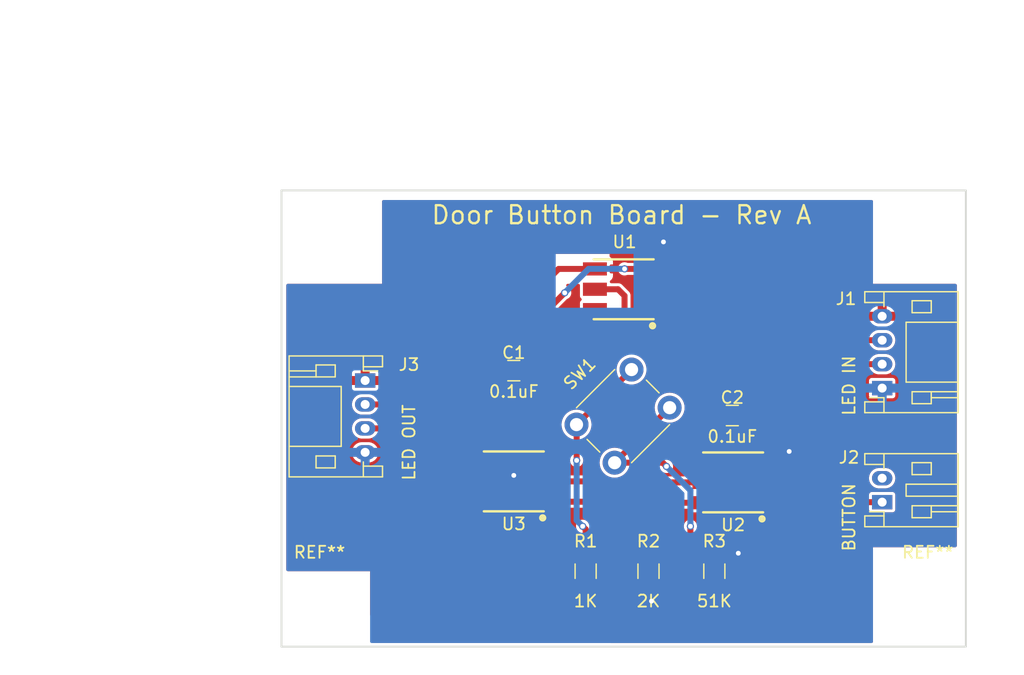
<source format=kicad_pcb>
(kicad_pcb (version 20221018) (generator pcbnew)
  (layers (0 "F.Cu" signal) (31 "B.Cu" signal) (34 "B.Paste" user) (35 "F.Paste" user) (36 "B.SilkS" user "B.Silkscreen") (37 "F.SilkS" user "F.Silkscreen") (38 "B.Mask" user) (39 "F.Mask" user) (44 "Edge.Cuts" user))
  (net 0 "")
  (net 1 "+5V")
  (net 2 "GND")
  (net 3 "/DI")
  (net 4 "/CI")
  (net 5 "Net-(J2-Pad1)")
  (net 6 "Net-(J2-Pad2)")
  (net 7 "/CO")
  (net 8 "/DO")
  (net 9 "Net-(R1-Pad2)")
  (net 10 "Net-(U1-Pad6)")
  (net 11 "Net-(U1-Pad5)")
  (net 12 "Net-(U2-Pad6)")
  (net 13 "Net-(U2-Pad5)")
  (footprint "Capacitors_SMD:C_0805" (layer "F.Cu") (at 121 91.25)
    (fp_text reference "C1" (at 0 -1.5) (layer "F.SilkS"))
    (fp_text value "0.1uF" (at 0 1.75) (layer "F.SilkS"))
    (fp_line (start -0.5 0.85) (end 0.5 0.85) (stroke (width 0.12)) (layer "F.SilkS"))
    (fp_line (start 0.5 -0.85) (end -0.5 -0.85) (stroke (width 0.12)) (layer "F.SilkS"))
    (pad "1" smd rect (at -1 0) (size 1 1.25) (layers "F.Cu" "F.Paste" "F.Mask") (net 1 "+5V"))
    (pad "2" smd rect (at 1 0) (size 1 1.25) (layers "F.Cu" "F.Paste" "F.Mask") (net 2 "GND"))
  )
  (footprint "Capacitors_SMD:C_0805" (layer "F.Cu") (at 139.25 95)
    (fp_text reference "C2" (at 0 -1.5) (layer "F.SilkS"))
    (fp_text value "0.1uF" (at 0 1.75) (layer "F.SilkS"))
    (fp_line (start -0.5 0.85) (end 0.5 0.85) (stroke (width 0.12)) (layer "F.SilkS"))
    (fp_line (start 0.5 -0.85) (end -0.5 -0.85) (stroke (width 0.12)) (layer "F.SilkS"))
    (pad "1" smd rect (at -1 0) (size 1 1.25) (layers "F.Cu" "F.Paste" "F.Mask") (net 1 "+5V"))
    (pad "2" smd rect (at 1 0) (size 1 1.25) (layers "F.Cu" "F.Paste" "F.Mask") (net 2 "GND"))
  )
  (footprint "Connectors_JST:JST_PH_S4B-PH-K_04x2.00mm_Angled" (layer "F.Cu") (at 151.765 92.71 90)
    (fp_text reference "J1" (at 7.46 -3.015 180) (layer "F.SilkS"))
    (fp_text value "Conn_01x04")
    (fp_line (start -2.05 -1.45) (end -2.05 6.35) (stroke (width 0.12)) (layer "F.SilkS"))
    (fp_line (start -2.05 0.15) (end -1.15 0.15) (stroke (width 0.12)) (layer "F.SilkS"))
    (fp_line (start -2.05 6.35) (end 8.05 6.35) (stroke (width 0.12)) (layer "F.SilkS"))
    (fp_line (start -1.3 2.5) (end -1.3 4.1) (stroke (width 0.12)) (layer "F.SilkS"))
    (fp_line (start -1.3 4.1) (end -0.3 4.1) (stroke (width 0.12)) (layer "F.SilkS"))
    (fp_line (start -1.15 -1.45) (end -2.05 -1.45) (stroke (width 0.12)) (layer "F.SilkS"))
    (fp_line (start -1.15 0.15) (end -1.15 -1.45) (stroke (width 0.12)) (layer "F.SilkS"))
    (fp_line (start -0.8 0.15) (end -1.15 0.15) (stroke (width 0.12)) (layer "F.SilkS"))
    (fp_line (start -0.8 0.15) (end -0.8 -1.05) (stroke (width 0.12)) (layer "F.SilkS"))
    (fp_line (start -0.8 4.1) (end -0.8 6.35) (stroke (width 0.12)) (layer "F.SilkS"))
    (fp_line (start -0.3 2.5) (end -1.3 2.5) (stroke (width 0.12)) (layer "F.SilkS"))
    (fp_line (start -0.3 4.1) (end -0.3 2.5) (stroke (width 0.12)) (layer "F.SilkS"))
    (fp_line (start -0.3 4.1) (end -0.3 6.35) (stroke (width 0.12)) (layer "F.SilkS"))
    (fp_line (start 0.5 2) (end 5.5 2) (stroke (width 0.12)) (layer "F.SilkS"))
    (fp_line (start 0.5 6.35) (end 0.5 2) (stroke (width 0.12)) (layer "F.SilkS"))
    (fp_line (start 5.5 2) (end 5.5 6.35) (stroke (width 0.12)) (layer "F.SilkS"))
    (fp_line (start 6.3 2.5) (end 7.3 2.5) (stroke (width 0.12)) (layer "F.SilkS"))
    (fp_line (start 6.3 4.1) (end 6.3 2.5) (stroke (width 0.12)) (layer "F.SilkS"))
    (fp_line (start 7.15 -1.45) (end 7.15 0.15) (stroke (width 0.12)) (layer "F.SilkS"))
    (fp_line (start 7.15 0.15) (end 6.8 0.15) (stroke (width 0.12)) (layer "F.SilkS"))
    (fp_line (start 7.3 2.5) (end 7.3 4.1) (stroke (width 0.12)) (layer "F.SilkS"))
    (fp_line (start 7.3 4.1) (end 6.3 4.1) (stroke (width 0.12)) (layer "F.SilkS"))
    (fp_line (start 8.05 -1.45) (end 7.15 -1.45) (stroke (width 0.12)) (layer "F.SilkS"))
    (fp_line (start 8.05 0.15) (end 7.15 0.15) (stroke (width 0.12)) (layer "F.SilkS"))
    (fp_line (start 8.05 6.35) (end 8.05 -1.45) (stroke (width 0.12)) (layer "F.SilkS"))
    (pad "1" thru_hole rect (at 0 0 90) (size 1.2 1.7) (drill 0.75) (layers "*.Cu" "*.Mask") (net 2 "GND"))
    (pad "2" thru_hole oval (at 2 0 90) (size 1.2 1.7) (drill 0.75) (layers "*.Cu" "*.Mask") (net 3 "/DI"))
    (pad "3" thru_hole oval (at 4 0 90) (size 1.2 1.7) (drill 0.75) (layers "*.Cu" "*.Mask") (net 4 "/CI"))
    (pad "4" thru_hole oval (at 6 0 90) (size 1.2 1.7) (drill 0.75) (layers "*.Cu" "*.Mask") (net 1 "+5V"))
  )
  (footprint "Connectors_JST:JST_PH_S2B-PH-K_02x2.00mm_Angled" (layer "F.Cu") (at 151.765 102.235 90)
    (fp_text reference "J2" (at 3.735 -2.765 180) (layer "F.SilkS"))
    (fp_text value "Conn_01x02")
    (fp_line (start -2.05 -1.45) (end -2.05 6.35) (stroke (width 0.12)) (layer "F.SilkS"))
    (fp_line (start -2.05 0.15) (end -1.15 0.15) (stroke (width 0.12)) (layer "F.SilkS"))
    (fp_line (start -2.05 6.35) (end 4.05 6.35) (stroke (width 0.12)) (layer "F.SilkS"))
    (fp_line (start -1.3 2.5) (end -1.3 4.1) (stroke (width 0.12)) (layer "F.SilkS"))
    (fp_line (start -1.3 4.1) (end -0.3 4.1) (stroke (width 0.12)) (layer "F.SilkS"))
    (fp_line (start -1.15 -1.45) (end -2.05 -1.45) (stroke (width 0.12)) (layer "F.SilkS"))
    (fp_line (start -1.15 0.15) (end -1.15 -1.45) (stroke (width 0.12)) (layer "F.SilkS"))
    (fp_line (start -0.8 0.15) (end -1.15 0.15) (stroke (width 0.12)) (layer "F.SilkS"))
    (fp_line (start -0.8 0.15) (end -0.8 -1.05) (stroke (width 0.12)) (layer "F.SilkS"))
    (fp_line (start -0.8 4.1) (end -0.8 6.35) (stroke (width 0.12)) (layer "F.SilkS"))
    (fp_line (start -0.3 2.5) (end -1.3 2.5) (stroke (width 0.12)) (layer "F.SilkS"))
    (fp_line (start -0.3 4.1) (end -0.3 2.5) (stroke (width 0.12)) (layer "F.SilkS"))
    (fp_line (start -0.3 4.1) (end -0.3 6.35) (stroke (width 0.12)) (layer "F.SilkS"))
    (fp_line (start 0.5 2) (end 1.5 2) (stroke (width 0.12)) (layer "F.SilkS"))
    (fp_line (start 0.5 6.35) (end 0.5 2) (stroke (width 0.12)) (layer "F.SilkS"))
    (fp_line (start 1.5 2) (end 1.5 6.35) (stroke (width 0.12)) (layer "F.SilkS"))
    (fp_line (start 2.3 2.5) (end 3.3 2.5) (stroke (width 0.12)) (layer "F.SilkS"))
    (fp_line (start 2.3 4.1) (end 2.3 2.5) (stroke (width 0.12)) (layer "F.SilkS"))
    (fp_line (start 3.15 -1.45) (end 3.15 0.15) (stroke (width 0.12)) (layer "F.SilkS"))
    (fp_line (start 3.15 0.15) (end 2.8 0.15) (stroke (width 0.12)) (layer "F.SilkS"))
    (fp_line (start 3.3 2.5) (end 3.3 4.1) (stroke (width 0.12)) (layer "F.SilkS"))
    (fp_line (start 3.3 4.1) (end 2.3 4.1) (stroke (width 0.12)) (layer "F.SilkS"))
    (fp_line (start 4.05 -1.45) (end 3.15 -1.45) (stroke (width 0.12)) (layer "F.SilkS"))
    (fp_line (start 4.05 0.15) (end 3.15 0.15) (stroke (width 0.12)) (layer "F.SilkS"))
    (fp_line (start 4.05 6.35) (end 4.05 -1.45) (stroke (width 0.12)) (layer "F.SilkS"))
    (pad "1" thru_hole rect (at 0 0 90) (size 1.2 1.7) (drill 0.75) (layers "*.Cu" "*.Mask") (net 5 "Net-(J2-Pad1)"))
    (pad "2" thru_hole oval (at 2 0 90) (size 1.2 1.7) (drill 0.75) (layers "*.Cu" "*.Mask") (net 6 "Net-(J2-Pad2)"))
  )
  (footprint "Connectors_JST:JST_PH_S4B-PH-K_04x2.00mm_Angled" (layer "F.Cu") (at 108.585 92.075 -90)
    (fp_text reference "J3" (at -1.325 -3.665) (layer "F.SilkS"))
    (fp_text value "Conn_01x04")
    (fp_line (start -2.05 -1.45) (end -2.05 6.35) (stroke (width 0.12)) (layer "F.SilkS"))
    (fp_line (start -2.05 0.15) (end -1.15 0.15) (stroke (width 0.12)) (layer "F.SilkS"))
    (fp_line (start -2.05 6.35) (end 8.05 6.35) (stroke (width 0.12)) (layer "F.SilkS"))
    (fp_line (start -1.3 2.5) (end -1.3 4.1) (stroke (width 0.12)) (layer "F.SilkS"))
    (fp_line (start -1.3 4.1) (end -0.3 4.1) (stroke (width 0.12)) (layer "F.SilkS"))
    (fp_line (start -1.15 -1.45) (end -2.05 -1.45) (stroke (width 0.12)) (layer "F.SilkS"))
    (fp_line (start -1.15 0.15) (end -1.15 -1.45) (stroke (width 0.12)) (layer "F.SilkS"))
    (fp_line (start -0.8 0.15) (end -1.15 0.15) (stroke (width 0.12)) (layer "F.SilkS"))
    (fp_line (start -0.8 0.15) (end -0.8 -1.05) (stroke (width 0.12)) (layer "F.SilkS"))
    (fp_line (start -0.8 4.1) (end -0.8 6.35) (stroke (width 0.12)) (layer "F.SilkS"))
    (fp_line (start -0.3 2.5) (end -1.3 2.5) (stroke (width 0.12)) (layer "F.SilkS"))
    (fp_line (start -0.3 4.1) (end -0.3 2.5) (stroke (width 0.12)) (layer "F.SilkS"))
    (fp_line (start -0.3 4.1) (end -0.3 6.35) (stroke (width 0.12)) (layer "F.SilkS"))
    (fp_line (start 0.5 2) (end 5.5 2) (stroke (width 0.12)) (layer "F.SilkS"))
    (fp_line (start 0.5 6.35) (end 0.5 2) (stroke (width 0.12)) (layer "F.SilkS"))
    (fp_line (start 5.5 2) (end 5.5 6.35) (stroke (width 0.12)) (layer "F.SilkS"))
    (fp_line (start 6.3 2.5) (end 7.3 2.5) (stroke (width 0.12)) (layer "F.SilkS"))
    (fp_line (start 6.3 4.1) (end 6.3 2.5) (stroke (width 0.12)) (layer "F.SilkS"))
    (fp_line (start 7.15 -1.45) (end 7.15 0.15) (stroke (width 0.12)) (layer "F.SilkS"))
    (fp_line (start 7.15 0.15) (end 6.8 0.15) (stroke (width 0.12)) (layer "F.SilkS"))
    (fp_line (start 7.3 2.5) (end 7.3 4.1) (stroke (width 0.12)) (layer "F.SilkS"))
    (fp_line (start 7.3 4.1) (end 6.3 4.1) (stroke (width 0.12)) (layer "F.SilkS"))
    (fp_line (start 8.05 -1.45) (end 7.15 -1.45) (stroke (width 0.12)) (layer "F.SilkS"))
    (fp_line (start 8.05 0.15) (end 7.15 0.15) (stroke (width 0.12)) (layer "F.SilkS"))
    (fp_line (start 8.05 6.35) (end 8.05 -1.45) (stroke (width 0.12)) (layer "F.SilkS"))
    (pad "1" thru_hole rect (at 0 0 270) (size 1.2 1.7) (drill 0.75) (layers "*.Cu" "*.Mask") (net 1 "+5V"))
    (pad "2" thru_hole oval (at 2 0 270) (size 1.2 1.7) (drill 0.75) (layers "*.Cu" "*.Mask") (net 7 "/CO"))
    (pad "3" thru_hole oval (at 4 0 270) (size 1.2 1.7) (drill 0.75) (layers "*.Cu" "*.Mask") (net 8 "/DO"))
    (pad "4" thru_hole oval (at 6 0 270) (size 1.2 1.7) (drill 0.75) (layers "*.Cu" "*.Mask") (net 2 "GND"))
  )
  (footprint "Resistors_SMD:R_0805" (layer "F.Cu") (at 127 108 90)
    (fp_text reference "R1" (at 2.5 0 180) (layer "F.SilkS"))
    (fp_text value "1K" (at -2.5 0 180) (layer "F.SilkS"))
    (fp_line (start -0.6 -0.88) (end 0.6 -0.88) (stroke (width 0.12)) (layer "F.SilkS"))
    (fp_line (start 0.6 0.88) (end -0.6 0.88) (stroke (width 0.12)) (layer "F.SilkS"))
    (pad "1" smd rect (at -0.95 0 90) (size 0.7 1.3) (layers "F.Cu" "F.Paste" "F.Mask") (net 1 "+5V"))
    (pad "2" smd rect (at 0.95 0 90) (size 0.7 1.3) (layers "F.Cu" "F.Paste" "F.Mask") (net 9 "Net-(R1-Pad2)"))
  )
  (footprint "Resistors_SMD:R_0805" (layer "F.Cu") (at 132.25 108 -90)
    (fp_text reference "R2" (at -2.5 0) (layer "F.SilkS"))
    (fp_text value "2K" (at 2.5 0) (layer "F.SilkS"))
    (fp_line (start -0.6 -0.88) (end 0.6 -0.88) (stroke (width 0.12)) (layer "F.SilkS"))
    (fp_line (start 0.6 0.88) (end -0.6 0.88) (stroke (width 0.12)) (layer "F.SilkS"))
    (pad "1" smd rect (at -0.95 0 270) (size 0.7 1.3) (layers "F.Cu" "F.Paste" "F.Mask") (net 9 "Net-(R1-Pad2)"))
    (pad "2" smd rect (at 0.95 0 270) (size 0.7 1.3) (layers "F.Cu" "F.Paste" "F.Mask") (net 2 "GND"))
  )
  (footprint "Resistors_SMD:R_0805" (layer "F.Cu") (at 137.75 108 90)
    (fp_text reference "R3" (at 2.5 0 180) (layer "F.SilkS"))
    (fp_text value "51K" (at -2.5 0 180) (layer "F.SilkS"))
    (fp_line (start -0.6 -0.88) (end 0.6 -0.88) (stroke (width 0.12)) (layer "F.SilkS"))
    (fp_line (start 0.6 0.88) (end -0.6 0.88) (stroke (width 0.12)) (layer "F.SilkS"))
    (pad "1" smd rect (at -0.95 0 90) (size 0.7 1.3) (layers "F.Cu" "F.Paste" "F.Mask") (net 5 "Net-(J2-Pad1)"))
    (pad "2" smd rect (at 0.95 0 90) (size 0.7 1.3) (layers "F.Cu" "F.Paste" "F.Mask") (net 2 "GND"))
  )
  (footprint "Buttons_Switches_THT:SW_PUSH_6mm_h4.3mm" (layer "F.Cu") (at 126.238 95.758 45)
    (fp_text reference "SW1" (at 3.196123 -2.825599 45) (layer "F.SilkS"))
    (fp_text value "SW_Push")
    (fp_line (start -0.25 1.5) (end -0.25 3) (stroke (width 0.12)) (layer "F.SilkS"))
    (fp_line (start 1 5.5) (end 5.5 5.5) (stroke (width 0.12)) (layer "F.SilkS"))
    (fp_line (start 5.5 -1) (end 1 -1) (stroke (width 0.12)) (layer "F.SilkS"))
    (fp_line (start 6.75 3) (end 6.75 1.5) (stroke (width 0.12)) (layer "F.SilkS"))
    (pad "1" thru_hole circle (at 0 0 135) (size 2 2) (drill 1.1) (layers "*.Cu" "*.Mask") (net 9 "Net-(R1-Pad2)"))
    (pad "1" thru_hole circle (at 6.5 0 135) (size 2 2) (drill 1.1) (layers "*.Cu" "*.Mask") (net 9 "Net-(R1-Pad2)"))
    (pad "2" thru_hole circle (at 0 4.5 135) (size 2 2) (drill 1.1) (layers "*.Cu" "*.Mask") (net 5 "Net-(J2-Pad1)"))
    (pad "2" thru_hole circle (at 6.5 4.5 135) (size 2 2) (drill 1.1) (layers "*.Cu" "*.Mask") (net 5 "Net-(J2-Pad1)"))
  )
  (footprint "APA102:APA102_3" (layer "F.Cu") (at 130.175 84.455)
    (fp_text reference "U1" (at 0.075 -3.955) (layer "F.SilkS"))
    (fp_text value "APA102C" hide)
    (fp_line (start -2.5 -2.5) (end 2.5 -2.5) (stroke (width 0.2032)) (layer "F.SilkS"))
    (fp_line (start -2.5 2.5) (end 2.5 2.5) (stroke (width 0.2032)) (layer "F.SilkS"))
    (fp_circle (center 2.413 3.048) (end 2.4765 3.1115) (stroke (width 0.15)) (fill none) (layer "F.SilkS"))
    (fp_circle (center 2.413 3.048) (end 2.54 3.2385) (stroke (width 0.15)) (fill none) (layer "F.SilkS"))
    (pad "1" smd rect (at 2.4 1.7) (size 2 1.1) (layers "F.Cu" "F.Paste" "F.Mask") (net 3 "/DI"))
    (pad "2" smd rect (at 2.399998 0) (size 2 1.1) (layers "F.Cu" "F.Paste" "F.Mask") (net 4 "/CI"))
    (pad "3" smd rect (at 2.4 -1.700001) (size 2 1.1) (layers "F.Cu" "F.Paste" "F.Mask") (net 2 "GND"))
    (pad "4" smd rect (at -2.4 -1.7 180) (size 2 1.1) (layers "F.Cu" "F.Paste" "F.Mask") (net 1 "+5V"))
    (pad "5" smd rect (at -2.399998 0 180) (size 2 1.1) (layers "F.Cu" "F.Paste" "F.Mask") (net 11 "Net-(U1-Pad5)"))
    (pad "6" smd rect (at -2.4 1.700001 180) (size 2 1.1) (layers "F.Cu" "F.Paste" "F.Mask") (net 10 "Net-(U1-Pad6)"))
  )
  (footprint "APA102:APA102_3" (layer "F.Cu") (at 139.319 100.584)
    (fp_text reference "U2" (at 0 3.556) (layer "F.SilkS"))
    (fp_text value "APA102C" hide)
    (fp_line (start -2.5 -2.5) (end 2.5 -2.5) (stroke (width 0.2032)) (layer "F.SilkS"))
    (fp_line (start -2.5 2.5) (end 2.5 2.5) (stroke (width 0.2032)) (layer "F.SilkS"))
    (fp_circle (center 2.413 3.048) (end 2.4765 3.1115) (stroke (width 0.15)) (fill none) (layer "F.SilkS"))
    (fp_circle (center 2.413 3.048) (end 2.54 3.2385) (stroke (width 0.15)) (fill none) (layer "F.SilkS"))
    (pad "1" smd rect (at 2.4 1.7) (size 2 1.1) (layers "F.Cu" "F.Paste" "F.Mask") (net 10 "Net-(U1-Pad6)"))
    (pad "2" smd rect (at 2.399998 0) (size 2 1.1) (layers "F.Cu" "F.Paste" "F.Mask") (net 11 "Net-(U1-Pad5)"))
    (pad "3" smd rect (at 2.4 -1.700001) (size 2 1.1) (layers "F.Cu" "F.Paste" "F.Mask") (net 2 "GND"))
    (pad "4" smd rect (at -2.4 -1.7 180) (size 2 1.1) (layers "F.Cu" "F.Paste" "F.Mask") (net 1 "+5V"))
    (pad "5" smd rect (at -2.399998 0 180) (size 2 1.1) (layers "F.Cu" "F.Paste" "F.Mask") (net 13 "Net-(U2-Pad5)"))
    (pad "6" smd rect (at -2.4 1.700001 180) (size 2 1.1) (layers "F.Cu" "F.Paste" "F.Mask") (net 12 "Net-(U2-Pad6)"))
  )
  (footprint "APA102:APA102_3" (layer "F.Cu") (at 121 100.5)
    (fp_text reference "U3" (at 0 3.556) (layer "F.SilkS"))
    (fp_text value "APA102C" hide)
    (fp_line (start -2.5 -2.5) (end 2.5 -2.5) (stroke (width 0.2032)) (layer "F.SilkS"))
    (fp_line (start -2.5 2.5) (end 2.5 2.5) (stroke (width 0.2032)) (layer "F.SilkS"))
    (fp_circle (center 2.413 3.048) (end 2.4765 3.1115) (stroke (width 0.15)) (fill none) (layer "F.SilkS"))
    (fp_circle (center 2.413 3.048) (end 2.54 3.2385) (stroke (width 0.15)) (fill none) (layer "F.SilkS"))
    (pad "1" smd rect (at 2.4 1.7) (size 2 1.1) (layers "F.Cu" "F.Paste" "F.Mask") (net 12 "Net-(U2-Pad6)"))
    (pad "2" smd rect (at 2.399998 0) (size 2 1.1) (layers "F.Cu" "F.Paste" "F.Mask") (net 13 "Net-(U2-Pad5)"))
    (pad "3" smd rect (at 2.4 -1.700001) (size 2 1.1) (layers "F.Cu" "F.Paste" "F.Mask") (net 2 "GND"))
    (pad "4" smd rect (at -2.4 -1.7 180) (size 2 1.1) (layers "F.Cu" "F.Paste" "F.Mask") (net 1 "+5V"))
    (pad "5" smd rect (at -2.399998 0 180) (size 2 1.1) (layers "F.Cu" "F.Paste" "F.Mask") (net 7 "/CO"))
    (pad "6" smd rect (at -2.4 1.700001 180) (size 2 1.1) (layers "F.Cu" "F.Paste" "F.Mask") (net 8 "/DO"))
  )
  (footprint "Mounting_Holes:MountingHole_3.7mm" (layer "F.Cu") (at 104.775 79.375)
    (fp_text reference "REF**" hide)
    (fp_text value "MountingHole_3.7mm")
    (pad "" np_thru_hole circle (at 0 0) (size 3.81 3.81) (drill 3.81) (layers "*.Cu" "*.Mask"))
  )
  (footprint "Mounting_Holes:MountingHole_3.7mm" (layer "F.Cu") (at 104.775 111.125)
    (fp_text reference "REF**" (at 0 -4.7) (layer "F.SilkS"))
    (fp_text value "MountingHole_3.7mm")
    (pad "" np_thru_hole circle (at 0 0) (size 3.81 3.81) (drill 3.81) (layers "*.Cu" "*.Mask"))
  )
  (footprint "Mounting_Holes:MountingHole_3.7mm" (layer "F.Cu") (at 155.575 111.125)
    (fp_text reference "REF**" (at 0 -4.7) (layer "F.SilkS"))
    (fp_text value "MountingHole_3.7mm")
    (pad "" np_thru_hole circle (at 0 0) (size 3.81 3.81) (drill 3.81) (layers "*.Cu" "*.Mask"))
  )
  (footprint "Mounting_Holes:MountingHole_3.7mm" (layer "F.Cu") (at 155.575 79.375)
    (fp_text reference "REF**" hide)
    (fp_text value "MountingHole_3.7mm")
    (pad "" np_thru_hole circle (at 0 0) (size 3.81 3.81) (drill 3.81) (layers "*.Cu" "*.Mask"))
  )
  (gr_line (start 158.75 114.3) (end 158.75 76.2) (stroke (width 0.15)) (layer "Edge.Cuts"))
  (gr_line (start 101.6 76.2) (end 101.6 114.3) (stroke (width 0.15)) (layer "Edge.Cuts"))
  (gr_line (start 101.6 114.3) (end 158.75 114.3) (stroke (width 0.15)) (layer "Edge.Cuts"))
  (gr_line (start 158.75 76.2) (end 101.6 76.2) (stroke (width 0.15)) (layer "Edge.Cuts"))
  (gr_text "Veenema Design Works (2018)" (at 119 113) (layer "F.Cu") (effects (font (size 0.8 0.8) (thickness 0.1))))
  (gr_text "BUTTON" (at 149 103.5 90) (layer "F.SilkS") (effects (font (size 1 1))))
  (gr_text "LED OUT" (at 112.25 97.25 90) (layer "F.SilkS") (effects (font (size 1 1))))
  (gr_text "LED IN" (at 149 92.5 90) (layer "F.SilkS") (effects (font (size 1 1))))
  (gr_text "Door Button Board - Rev A" (at 130 78.25) (layer "F.SilkS") (effects (font (size 1.5 1.5) (thickness 0.2))))
  (segment (start 118.6 92.65) (end 118.6 98.8) (width 0.5) (layer "F.Cu") (net 1))
  (segment (start 120 87.5) (end 124.745 82.755) (width 0.5) (layer "F.Cu") (net 1))
  (segment (start 124.745 82.755) (end 127.775 82.755) (width 0.5) (layer "F.Cu") (net 1))
  (segment (start 136.919 96.331) (end 136.919 98.884) (width 0.5) (layer "F.Cu") (net 1))
  (segment (start 120 91.25) (end 118.6 92.65) (width 0.5) (layer "F.Cu") (net 1))
  (segment (start 120 91.25) (end 120 87.5) (width 0.5) (layer "F.Cu") (net 1))
  (segment (start 138.25 95) (end 136.919 96.331) (width 0.5) (layer "F.Cu") (net 1))
  (segment (start 123.4 92.65) (end 123.4 98.799999) (width 0.5) (layer "F.Cu") (net 2))
  (segment (start 122 88) (end 125.25 84.75) (width 0.5) (layer "F.Cu") (net 2))
  (segment (start 130.25 82.75) (end 130.254999 82.754999) (width 0.5) (layer "F.Cu") (net 2))
  (segment (start 130.254999 82.754999) (end 132.575 82.754999) (width 0.5) (layer "F.Cu") (net 2))
  (segment (start 141.719 96.469) (end 141.719 98.883999) (width 0.5) (layer "F.Cu") (net 2))
  (segment (start 143.116001 98.883999) (end 144 98) (width 0.5) (layer "F.Cu") (net 2))
  (segment (start 132.25 110.25) (end 132.5 110.5) (width 0.5) (layer "F.Cu") (net 2))
  (segment (start 132.575 81.425) (end 133.5 80.5) (width 0.5) (layer "F.Cu") (net 2))
  (segment (start 122.200001 98.799999) (end 121 100) (width 0.5) (layer "F.Cu") (net 2))
  (segment (start 139.2 107.05) (end 139.75 106.5) (width 0.5) (layer "F.Cu") (net 2))
  (segment (start 132.575 82.754999) (end 132.575 81.425) (width 0.5) (layer "F.Cu") (net 2))
  (segment (start 132.25 108.95) (end 132.25 110.25) (width 0.5) (layer "F.Cu") (net 2))
  (segment (start 122 91.25) (end 123.4 92.65) (width 0.5) (layer "F.Cu") (net 2))
  (segment (start 141.719 98.883999) (end 143.116001 98.883999) (width 0.5) (layer "F.Cu") (net 2))
  (segment (start 140.25 95) (end 141.719 96.469) (width 0.5) (layer "F.Cu") (net 2))
  (segment (start 137.75 107.05) (end 139.2 107.05) (width 0.5) (layer "F.Cu") (net 2))
  (segment (start 123.4 98.799999) (end 122.200001 98.799999) (width 0.5) (layer "F.Cu") (net 2))
  (segment (start 122 91.25) (end 122 88) (width 0.5) (layer "F.Cu") (net 2))
  (via (at 144 98) (size 0.6) (drill 0.4) (layers "F.Cu" "B.Cu") (net 2))
  (via (at 139.75 106.5) (size 0.6) (drill 0.4) (layers "F.Cu" "B.Cu") (net 2))
  (via (at 121 100) (size 0.6) (drill 0.4) (layers "F.Cu" "B.Cu") (net 2))
  (via (at 130.25 82.75) (size 0.6) (drill 0.4) (layers "F.Cu" "B.Cu") (net 2))
  (via (at 132.5 110.5) (size 0.6) (drill 0.4) (layers "F.Cu" "B.Cu") (net 2))
  (via (at 125.25 84.75) (size 0.6) (drill 0.4) (layers "F.Cu" "B.Cu") (net 2))
  (via (at 133.5 80.5) (size 0.6) (drill 0.4) (layers "F.Cu" "B.Cu") (net 2))
  (segment (start 125.25 84.75) (end 127.25 82.75) (width 0.5) (layer "B.Cu") (net 2))
  (segment (start 127.25 82.75) (end 130.25 82.75) (width 0.5) (layer "B.Cu") (net 2))
  (segment (start 148.46 90.71) (end 143.905 86.155) (width 0.5) (layer "F.Cu") (net 3))
  (segment (start 143.905 86.155) (end 132.575 86.155) (width 0.5) (layer "F.Cu") (net 3))
  (segment (start 151.765 90.71) (end 148.46 90.71) (width 0.5) (layer "F.Cu") (net 3))
  (segment (start 149.46 88.71) (end 145.205 84.455) (width 0.5) (layer "F.Cu") (net 4))
  (segment (start 145.205 84.455) (end 132.574998 84.455) (width 0.5) (layer "F.Cu") (net 4))
  (segment (start 151.765 88.71) (end 149.46 88.71) (width 0.5) (layer "F.Cu") (net 4))
  (segment (start 133.439981 98.939981) (end 133.75 99.25) (width 0.5) (layer "F.Cu") (net 5))
  (segment (start 134.016175 94.343787) (end 129.419981 98.939981) (width 0.5) (layer "F.Cu") (net 5))
  (segment (start 140.55 108.95) (end 147.265 102.235) (width 0.5) (layer "F.Cu") (net 5))
  (segment (start 147.265 102.235) (end 151.765 102.235) (width 0.5) (layer "F.Cu") (net 5))
  (segment (start 136.45 108.95) (end 135.75 108.25) (width 0.5) (layer "F.Cu") (net 5))
  (segment (start 135.75 108.25) (end 135.75 104.25) (width 0.5) (layer "F.Cu") (net 5))
  (segment (start 133.439981 98.939981) (end 129.419981 98.939981) (width 0.5) (layer "F.Cu") (net 5))
  (segment (start 134.016175 94.343786) (end 134.016175 94.343787) (width 0.5) (layer "F.Cu") (net 5))
  (segment (start 137.75 108.95) (end 136.45 108.95) (width 0.5) (layer "F.Cu") (net 5))
  (segment (start 151.765 102.235) (end 151.73 102.2) (width 0.5) (layer "F.Cu") (net 5))
  (segment (start 137.75 108.95) (end 140.55 108.95) (width 0.5) (layer "F.Cu") (net 5))
  (via (at 135.75 104.25) (size 0.6) (drill 0.4) (layers "F.Cu" "B.Cu") (net 5))
  (via (at 133.75 99.25) (size 0.6) (drill 0.4) (layers "F.Cu" "B.Cu") (net 5))
  (segment (start 135.75 104.25) (end 135.75 101.25) (width 0.5) (layer "B.Cu") (net 5))
  (segment (start 135.75 101.25) (end 133.75 99.25) (width 0.5) (layer "B.Cu") (net 5))
  (segment (start 117 100.5) (end 110.575 94.075) (width 0.5) (layer "F.Cu") (net 7))
  (segment (start 110.575 94.075) (end 108.585 94.075) (width 0.5) (layer "F.Cu") (net 7))
  (segment (start 118.600002 100.5) (end 117 100.5) (width 0.5) (layer "F.Cu") (net 7))
  (segment (start 116.700001 102.200001) (end 110.575 96.075) (width 0.5) (layer "F.Cu") (net 8))
  (segment (start 110.575 96.075) (end 108.585 96.075) (width 0.5) (layer "F.Cu") (net 8))
  (segment (start 118.6 102.200001) (end 116.700001 102.200001) (width 0.5) (layer "F.Cu") (net 8))
  (segment (start 126.25 95.77) (end 126.25 98.75) (width 0.5) (layer "F.Cu") (net 9))
  (segment (start 126.75 104.25) (end 127 104.5) (width 0.5) (layer "F.Cu") (net 9))
  (segment (start 127 104.5) (end 127 107.05) (width 0.5) (layer "F.Cu") (net 9))
  (segment (start 127 107.05) (end 132.25 107.05) (width 0.5) (layer "F.Cu") (net 9))
  (segment (start 130.834194 91.161806) (end 126.238 95.758) (width 0.5) (layer "F.Cu") (net 9))
  (segment (start 126.238 95.758) (end 126.25 95.77) (width 0.5) (layer "F.Cu") (net 9))
  (via (at 126.25 98.75) (size 0.6) (drill 0.4) (layers "F.Cu" "B.Cu") (net 9))
  (via (at 126.75 104.25) (size 0.6) (drill 0.4) (layers "F.Cu" "B.Cu") (net 9))
  (segment (start 126.25 98.75) (end 126.25 103.75) (width 0.5) (layer "B.Cu") (net 9))
  (segment (start 126.25 103.75) (end 126.75 104.25) (width 0.5) (layer "B.Cu") (net 9))
  (segment (start 127.775 87.275) (end 129.75 89.25) (width 0.5) (layer "F.Cu") (net 10))
  (segment (start 129.75 89.25) (end 136.5 89.25) (width 0.5) (layer "F.Cu") (net 10))
  (segment (start 136.5 89.25) (end 139.25 92) (width 0.5) (layer "F.Cu") (net 10))
  (segment (start 139.25 92) (end 139.25 101.5) (width 0.5) (layer "F.Cu") (net 10))
  (segment (start 139.25 101.5) (end 140.034 102.284) (width 0.5) (layer "F.Cu") (net 10))
  (segment (start 140.034 102.284) (end 141.719 102.284) (width 0.5) (layer "F.Cu") (net 10))
  (segment (start 127.775 86.155001) (end 127.775 87.275) (width 0.5) (layer "F.Cu") (net 10))
  (segment (start 129.705 84.455) (end 130.25 85) (width 0.5) (layer "F.Cu") (net 11))
  (segment (start 130.25 85) (end 130.25 86.75) (width 0.5) (layer "F.Cu") (net 11))
  (segment (start 130.25 86.75) (end 131.75 88.25) (width 0.5) (layer "F.Cu") (net 11))
  (segment (start 131.75 88.25) (end 134.75 88.25) (width 0.5) (layer "F.Cu") (net 11))
  (segment (start 141.25 88.25) (end 145.5 92.5) (width 0.5) (layer "F.Cu") (net 11))
  (segment (start 145.5 92.5) (end 145.5 99) (width 0.5) (layer "F.Cu") (net 11))
  (segment (start 145.5 99) (end 143.916 100.584) (width 0.5) (layer "F.Cu") (net 11))
  (segment (start 143.916 100.584) (end 141.718998 100.584) (width 0.5) (layer "F.Cu") (net 11))
  (segment (start 127.775002 84.455) (end 129.705 84.455) (width 0.5) (layer "F.Cu") (net 11))
  (segment (start 134.75 88.25) (end 141.25 88.25) (width 0.5) (layer "F.Cu") (net 11))
  (segment (start 130.965999 102.284001) (end 130.5 102.75) (width 0.5) (layer "F.Cu") (net 12))
  (segment (start 130.5 102.75) (end 128 102.75) (width 0.5) (layer "F.Cu") (net 12))
  (segment (start 128 102.75) (end 127.45 102.2) (width 0.5) (layer "F.Cu") (net 12))
  (segment (start 127.45 102.2) (end 123.4 102.2) (width 0.5) (layer "F.Cu") (net 12))
  (segment (start 136.919 102.284001) (end 130.965999 102.284001) (width 0.5) (layer "F.Cu") (net 12))
  (segment (start 130.916 100.584) (end 130.25 101.25) (width 0.5) (layer "F.Cu") (net 13))
  (segment (start 130.25 101.25) (end 128.5 101.25) (width 0.5) (layer "F.Cu") (net 13))
  (segment (start 128.5 101.25) (end 127.75 100.5) (width 0.5) (layer "F.Cu") (net 13))
  (segment (start 127.75 100.5) (end 123.399998 100.5) (width 0.5) (layer "F.Cu") (net 13))
  (segment (start 136.919002 100.584) (end 130.916 100.584) (width 0.5) (layer "F.Cu") (net 13))
  (zone (net 1) (net_name "+5V") (layer "F.Cu") (connect_pads (clearance 0.25)) (min_thickness 0.25) (fill yes (thermal_gap 0.508) (thermal_bridge_width 0.75))
    (polygon (pts (xy 151 84) (xy 158 84) (xy 158 106) (xy 151 106) (xy 151 114) (xy 109 114) (xy 109 108) (xy 102 108) (xy 102 84) (xy 110 84) (xy 110 77) (xy 151 77)))
  )
  (zone (net 0) (net_name "") (layer "F.Cu") (connect_pads (clearance 0)) (min_thickness 0.25)
    (keepout (tracks allowed) (vias allowed) (pads allowed) (copperpour not_allowed) (footprints allowed))
    (fill (thermal_gap 0.508) (thermal_bridge_width 0.75))
    (polygon (pts (xy 139.5 98.5) (xy 136 98.5) (xy 136 94) (xy 139.5 94)))
  )
  (zone (net 0) (net_name "") (layer "F.Cu") (connect_pads (clearance 0)) (min_thickness 0.25)
    (keepout (tracks allowed) (vias allowed) (pads allowed) (copperpour not_allowed) (footprints allowed))
    (fill (thermal_gap 0.508) (thermal_bridge_width 0.75))
    (polygon (pts (xy 129 84) (xy 125 84) (xy 121.5 88) (xy 121.5 98.5) (xy 117.5 98.5) (xy 117.5 88.5) (xy 124.5 81.5) (xy 129 81.5)))
  )
  (zone (net 0) (net_name "") (layer "F.Cu") (connect_pads (clearance 0)) (min_thickness 0.25)
    (keepout (tracks allowed) (vias allowed) (pads allowed) (copperpour not_allowed) (footprints allowed))
    (fill (thermal_gap 0.508) (thermal_bridge_width 0.75))
    (polygon (pts (xy 129 114) (xy 109 114) (xy 109 111.75) (xy 129 111.75)))
  )
  (zone (net 2) (net_name "GND") (layer "B.Cu") (connect_pads (clearance 0.25)) (min_thickness 0.25) (fill yes (thermal_gap 0.508) (thermal_bridge_width 0.75))
    (polygon (pts (xy 151 84) (xy 158 84) (xy 158 106) (xy 151 106) (xy 151 114) (xy 109 114) (xy 109 108) (xy 102 108) (xy 102 84) (xy 110 84) (xy 110 77) (xy 151 77)))
  )
  (zone (net 0) (net_name "") (layer "B.Cu") (connect_pads (clearance 0)) (min_thickness 0.25)
    (keepout (tracks allowed) (vias allowed) (pads allowed) (copperpour not_allowed) (footprints allowed))
    (fill (thermal_gap 0.508) (thermal_bridge_width 0.75))
    (polygon (pts (xy 124.5 85) (xy 124.5 81.5) (xy 131 81.5) (xy 131 86) (xy 124.5 86)))
  )
)
</source>
